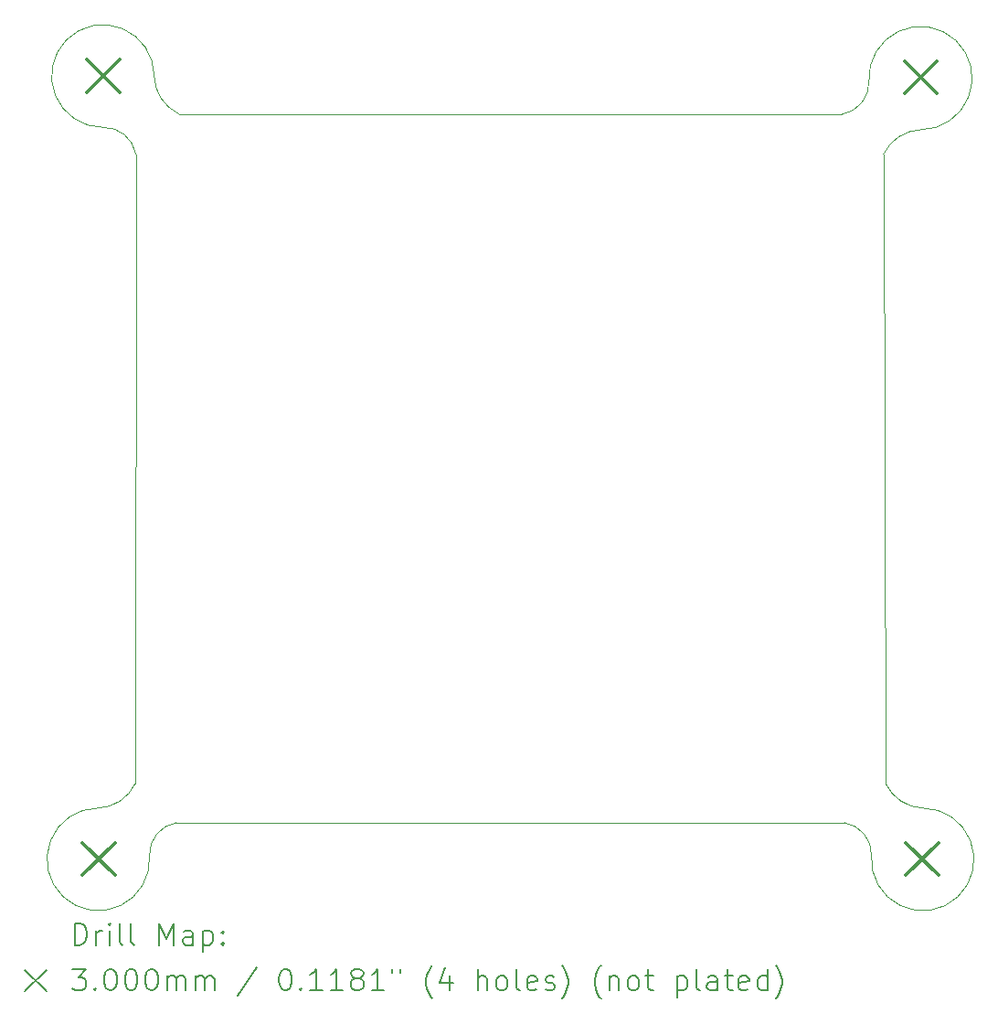
<source format=gbr>
%TF.GenerationSoftware,KiCad,Pcbnew,7.0.7*%
%TF.CreationDate,2024-06-07T19:14:17+02:00*%
%TF.ProjectId,stm32-drone,73746d33-322d-4647-926f-6e652e6b6963,rev?*%
%TF.SameCoordinates,Original*%
%TF.FileFunction,Drillmap*%
%TF.FilePolarity,Positive*%
%FSLAX45Y45*%
G04 Gerber Fmt 4.5, Leading zero omitted, Abs format (unit mm)*
G04 Created by KiCad (PCBNEW 7.0.7) date 2024-06-07 19:14:17*
%MOMM*%
%LPD*%
G01*
G04 APERTURE LIST*
%ADD10C,0.100000*%
%ADD11C,0.200000*%
%ADD12C,0.300000*%
G04 APERTURE END LIST*
D10*
X9735421Y-6540000D02*
G75*
G03*
X9260000Y-7015421I-475421J0D01*
G01*
X9565531Y-7264910D02*
X9559721Y-13093069D01*
X16835000Y-7037602D02*
G75*
G03*
X16492031Y-7265000I16430J-397118D01*
G01*
X16380908Y-13759475D02*
G75*
G03*
X16855000Y-13319579I474092J-35525D01*
G01*
X9565531Y-7264910D02*
G75*
G03*
X9260000Y-7015421I-295531J-50090D01*
G01*
X16107917Y-6894987D02*
G75*
G03*
X16357406Y-6589454I-50097J295537D01*
G01*
X9217665Y-13319038D02*
G75*
G03*
X9691757Y-13758934I0J-475421D01*
G01*
X9217665Y-13319034D02*
G75*
G03*
X9559720Y-13093069I-14995J394575D01*
G01*
X9940000Y-13455000D02*
X16132665Y-13455541D01*
X9940001Y-13455005D02*
G75*
G03*
X9691757Y-13758934I49829J-294045D01*
G01*
X16835000Y-7037601D02*
G75*
G03*
X16357406Y-6589454I0J478562D01*
G01*
X16380908Y-13759475D02*
G75*
G03*
X16132665Y-13455541I-298078J9885D01*
G01*
X9964324Y-6891432D02*
X16107917Y-6894985D01*
X16492031Y-7265000D02*
X16512945Y-13093609D01*
X16512945Y-13093609D02*
G75*
G03*
X16855000Y-13319579I357055J168610D01*
G01*
X9735421Y-6540000D02*
G75*
G03*
X9964324Y-6891432I399579J10000D01*
G01*
D11*
D12*
X9072665Y-13639459D02*
X9372665Y-13939459D01*
X9372665Y-13639459D02*
X9072665Y-13939459D01*
X9115000Y-6390000D02*
X9415000Y-6690000D01*
X9415000Y-6390000D02*
X9115000Y-6690000D01*
X16685000Y-6404041D02*
X16985000Y-6704041D01*
X16985000Y-6404041D02*
X16685000Y-6704041D01*
X16700000Y-13640000D02*
X17000000Y-13940000D01*
X17000000Y-13640000D02*
X16700000Y-13940000D01*
D11*
X8998021Y-14586905D02*
X8998021Y-14386905D01*
X8998021Y-14386905D02*
X9045640Y-14386905D01*
X9045640Y-14386905D02*
X9074212Y-14396428D01*
X9074212Y-14396428D02*
X9093259Y-14415476D01*
X9093259Y-14415476D02*
X9102783Y-14434524D01*
X9102783Y-14434524D02*
X9112307Y-14472619D01*
X9112307Y-14472619D02*
X9112307Y-14501190D01*
X9112307Y-14501190D02*
X9102783Y-14539285D01*
X9102783Y-14539285D02*
X9093259Y-14558333D01*
X9093259Y-14558333D02*
X9074212Y-14577381D01*
X9074212Y-14577381D02*
X9045640Y-14586905D01*
X9045640Y-14586905D02*
X8998021Y-14586905D01*
X9198021Y-14586905D02*
X9198021Y-14453571D01*
X9198021Y-14491666D02*
X9207545Y-14472619D01*
X9207545Y-14472619D02*
X9217069Y-14463095D01*
X9217069Y-14463095D02*
X9236116Y-14453571D01*
X9236116Y-14453571D02*
X9255164Y-14453571D01*
X9321831Y-14586905D02*
X9321831Y-14453571D01*
X9321831Y-14386905D02*
X9312307Y-14396428D01*
X9312307Y-14396428D02*
X9321831Y-14405952D01*
X9321831Y-14405952D02*
X9331354Y-14396428D01*
X9331354Y-14396428D02*
X9321831Y-14386905D01*
X9321831Y-14386905D02*
X9321831Y-14405952D01*
X9445640Y-14586905D02*
X9426592Y-14577381D01*
X9426592Y-14577381D02*
X9417069Y-14558333D01*
X9417069Y-14558333D02*
X9417069Y-14386905D01*
X9550402Y-14586905D02*
X9531354Y-14577381D01*
X9531354Y-14577381D02*
X9521831Y-14558333D01*
X9521831Y-14558333D02*
X9521831Y-14386905D01*
X9778973Y-14586905D02*
X9778973Y-14386905D01*
X9778973Y-14386905D02*
X9845640Y-14529762D01*
X9845640Y-14529762D02*
X9912307Y-14386905D01*
X9912307Y-14386905D02*
X9912307Y-14586905D01*
X10093259Y-14586905D02*
X10093259Y-14482143D01*
X10093259Y-14482143D02*
X10083735Y-14463095D01*
X10083735Y-14463095D02*
X10064688Y-14453571D01*
X10064688Y-14453571D02*
X10026592Y-14453571D01*
X10026592Y-14453571D02*
X10007545Y-14463095D01*
X10093259Y-14577381D02*
X10074212Y-14586905D01*
X10074212Y-14586905D02*
X10026592Y-14586905D01*
X10026592Y-14586905D02*
X10007545Y-14577381D01*
X10007545Y-14577381D02*
X9998021Y-14558333D01*
X9998021Y-14558333D02*
X9998021Y-14539285D01*
X9998021Y-14539285D02*
X10007545Y-14520238D01*
X10007545Y-14520238D02*
X10026592Y-14510714D01*
X10026592Y-14510714D02*
X10074212Y-14510714D01*
X10074212Y-14510714D02*
X10093259Y-14501190D01*
X10188497Y-14453571D02*
X10188497Y-14653571D01*
X10188497Y-14463095D02*
X10207545Y-14453571D01*
X10207545Y-14453571D02*
X10245640Y-14453571D01*
X10245640Y-14453571D02*
X10264688Y-14463095D01*
X10264688Y-14463095D02*
X10274212Y-14472619D01*
X10274212Y-14472619D02*
X10283735Y-14491666D01*
X10283735Y-14491666D02*
X10283735Y-14548809D01*
X10283735Y-14548809D02*
X10274212Y-14567857D01*
X10274212Y-14567857D02*
X10264688Y-14577381D01*
X10264688Y-14577381D02*
X10245640Y-14586905D01*
X10245640Y-14586905D02*
X10207545Y-14586905D01*
X10207545Y-14586905D02*
X10188497Y-14577381D01*
X10369450Y-14567857D02*
X10378973Y-14577381D01*
X10378973Y-14577381D02*
X10369450Y-14586905D01*
X10369450Y-14586905D02*
X10359926Y-14577381D01*
X10359926Y-14577381D02*
X10369450Y-14567857D01*
X10369450Y-14567857D02*
X10369450Y-14586905D01*
X10369450Y-14463095D02*
X10378973Y-14472619D01*
X10378973Y-14472619D02*
X10369450Y-14482143D01*
X10369450Y-14482143D02*
X10359926Y-14472619D01*
X10359926Y-14472619D02*
X10369450Y-14463095D01*
X10369450Y-14463095D02*
X10369450Y-14482143D01*
X8537244Y-14815421D02*
X8737244Y-15015421D01*
X8737244Y-14815421D02*
X8537244Y-15015421D01*
X8978973Y-14806905D02*
X9102783Y-14806905D01*
X9102783Y-14806905D02*
X9036116Y-14883095D01*
X9036116Y-14883095D02*
X9064688Y-14883095D01*
X9064688Y-14883095D02*
X9083735Y-14892619D01*
X9083735Y-14892619D02*
X9093259Y-14902143D01*
X9093259Y-14902143D02*
X9102783Y-14921190D01*
X9102783Y-14921190D02*
X9102783Y-14968809D01*
X9102783Y-14968809D02*
X9093259Y-14987857D01*
X9093259Y-14987857D02*
X9083735Y-14997381D01*
X9083735Y-14997381D02*
X9064688Y-15006905D01*
X9064688Y-15006905D02*
X9007545Y-15006905D01*
X9007545Y-15006905D02*
X8988497Y-14997381D01*
X8988497Y-14997381D02*
X8978973Y-14987857D01*
X9188497Y-14987857D02*
X9198021Y-14997381D01*
X9198021Y-14997381D02*
X9188497Y-15006905D01*
X9188497Y-15006905D02*
X9178973Y-14997381D01*
X9178973Y-14997381D02*
X9188497Y-14987857D01*
X9188497Y-14987857D02*
X9188497Y-15006905D01*
X9321831Y-14806905D02*
X9340878Y-14806905D01*
X9340878Y-14806905D02*
X9359926Y-14816428D01*
X9359926Y-14816428D02*
X9369450Y-14825952D01*
X9369450Y-14825952D02*
X9378973Y-14845000D01*
X9378973Y-14845000D02*
X9388497Y-14883095D01*
X9388497Y-14883095D02*
X9388497Y-14930714D01*
X9388497Y-14930714D02*
X9378973Y-14968809D01*
X9378973Y-14968809D02*
X9369450Y-14987857D01*
X9369450Y-14987857D02*
X9359926Y-14997381D01*
X9359926Y-14997381D02*
X9340878Y-15006905D01*
X9340878Y-15006905D02*
X9321831Y-15006905D01*
X9321831Y-15006905D02*
X9302783Y-14997381D01*
X9302783Y-14997381D02*
X9293259Y-14987857D01*
X9293259Y-14987857D02*
X9283735Y-14968809D01*
X9283735Y-14968809D02*
X9274212Y-14930714D01*
X9274212Y-14930714D02*
X9274212Y-14883095D01*
X9274212Y-14883095D02*
X9283735Y-14845000D01*
X9283735Y-14845000D02*
X9293259Y-14825952D01*
X9293259Y-14825952D02*
X9302783Y-14816428D01*
X9302783Y-14816428D02*
X9321831Y-14806905D01*
X9512307Y-14806905D02*
X9531354Y-14806905D01*
X9531354Y-14806905D02*
X9550402Y-14816428D01*
X9550402Y-14816428D02*
X9559926Y-14825952D01*
X9559926Y-14825952D02*
X9569450Y-14845000D01*
X9569450Y-14845000D02*
X9578973Y-14883095D01*
X9578973Y-14883095D02*
X9578973Y-14930714D01*
X9578973Y-14930714D02*
X9569450Y-14968809D01*
X9569450Y-14968809D02*
X9559926Y-14987857D01*
X9559926Y-14987857D02*
X9550402Y-14997381D01*
X9550402Y-14997381D02*
X9531354Y-15006905D01*
X9531354Y-15006905D02*
X9512307Y-15006905D01*
X9512307Y-15006905D02*
X9493259Y-14997381D01*
X9493259Y-14997381D02*
X9483735Y-14987857D01*
X9483735Y-14987857D02*
X9474212Y-14968809D01*
X9474212Y-14968809D02*
X9464688Y-14930714D01*
X9464688Y-14930714D02*
X9464688Y-14883095D01*
X9464688Y-14883095D02*
X9474212Y-14845000D01*
X9474212Y-14845000D02*
X9483735Y-14825952D01*
X9483735Y-14825952D02*
X9493259Y-14816428D01*
X9493259Y-14816428D02*
X9512307Y-14806905D01*
X9702783Y-14806905D02*
X9721831Y-14806905D01*
X9721831Y-14806905D02*
X9740878Y-14816428D01*
X9740878Y-14816428D02*
X9750402Y-14825952D01*
X9750402Y-14825952D02*
X9759926Y-14845000D01*
X9759926Y-14845000D02*
X9769450Y-14883095D01*
X9769450Y-14883095D02*
X9769450Y-14930714D01*
X9769450Y-14930714D02*
X9759926Y-14968809D01*
X9759926Y-14968809D02*
X9750402Y-14987857D01*
X9750402Y-14987857D02*
X9740878Y-14997381D01*
X9740878Y-14997381D02*
X9721831Y-15006905D01*
X9721831Y-15006905D02*
X9702783Y-15006905D01*
X9702783Y-15006905D02*
X9683735Y-14997381D01*
X9683735Y-14997381D02*
X9674212Y-14987857D01*
X9674212Y-14987857D02*
X9664688Y-14968809D01*
X9664688Y-14968809D02*
X9655164Y-14930714D01*
X9655164Y-14930714D02*
X9655164Y-14883095D01*
X9655164Y-14883095D02*
X9664688Y-14845000D01*
X9664688Y-14845000D02*
X9674212Y-14825952D01*
X9674212Y-14825952D02*
X9683735Y-14816428D01*
X9683735Y-14816428D02*
X9702783Y-14806905D01*
X9855164Y-15006905D02*
X9855164Y-14873571D01*
X9855164Y-14892619D02*
X9864688Y-14883095D01*
X9864688Y-14883095D02*
X9883735Y-14873571D01*
X9883735Y-14873571D02*
X9912307Y-14873571D01*
X9912307Y-14873571D02*
X9931354Y-14883095D01*
X9931354Y-14883095D02*
X9940878Y-14902143D01*
X9940878Y-14902143D02*
X9940878Y-15006905D01*
X9940878Y-14902143D02*
X9950402Y-14883095D01*
X9950402Y-14883095D02*
X9969450Y-14873571D01*
X9969450Y-14873571D02*
X9998021Y-14873571D01*
X9998021Y-14873571D02*
X10017069Y-14883095D01*
X10017069Y-14883095D02*
X10026593Y-14902143D01*
X10026593Y-14902143D02*
X10026593Y-15006905D01*
X10121831Y-15006905D02*
X10121831Y-14873571D01*
X10121831Y-14892619D02*
X10131354Y-14883095D01*
X10131354Y-14883095D02*
X10150402Y-14873571D01*
X10150402Y-14873571D02*
X10178974Y-14873571D01*
X10178974Y-14873571D02*
X10198021Y-14883095D01*
X10198021Y-14883095D02*
X10207545Y-14902143D01*
X10207545Y-14902143D02*
X10207545Y-15006905D01*
X10207545Y-14902143D02*
X10217069Y-14883095D01*
X10217069Y-14883095D02*
X10236116Y-14873571D01*
X10236116Y-14873571D02*
X10264688Y-14873571D01*
X10264688Y-14873571D02*
X10283735Y-14883095D01*
X10283735Y-14883095D02*
X10293259Y-14902143D01*
X10293259Y-14902143D02*
X10293259Y-15006905D01*
X10683735Y-14797381D02*
X10512307Y-15054524D01*
X10940878Y-14806905D02*
X10959926Y-14806905D01*
X10959926Y-14806905D02*
X10978974Y-14816428D01*
X10978974Y-14816428D02*
X10988497Y-14825952D01*
X10988497Y-14825952D02*
X10998021Y-14845000D01*
X10998021Y-14845000D02*
X11007545Y-14883095D01*
X11007545Y-14883095D02*
X11007545Y-14930714D01*
X11007545Y-14930714D02*
X10998021Y-14968809D01*
X10998021Y-14968809D02*
X10988497Y-14987857D01*
X10988497Y-14987857D02*
X10978974Y-14997381D01*
X10978974Y-14997381D02*
X10959926Y-15006905D01*
X10959926Y-15006905D02*
X10940878Y-15006905D01*
X10940878Y-15006905D02*
X10921831Y-14997381D01*
X10921831Y-14997381D02*
X10912307Y-14987857D01*
X10912307Y-14987857D02*
X10902783Y-14968809D01*
X10902783Y-14968809D02*
X10893259Y-14930714D01*
X10893259Y-14930714D02*
X10893259Y-14883095D01*
X10893259Y-14883095D02*
X10902783Y-14845000D01*
X10902783Y-14845000D02*
X10912307Y-14825952D01*
X10912307Y-14825952D02*
X10921831Y-14816428D01*
X10921831Y-14816428D02*
X10940878Y-14806905D01*
X11093259Y-14987857D02*
X11102783Y-14997381D01*
X11102783Y-14997381D02*
X11093259Y-15006905D01*
X11093259Y-15006905D02*
X11083736Y-14997381D01*
X11083736Y-14997381D02*
X11093259Y-14987857D01*
X11093259Y-14987857D02*
X11093259Y-15006905D01*
X11293259Y-15006905D02*
X11178974Y-15006905D01*
X11236116Y-15006905D02*
X11236116Y-14806905D01*
X11236116Y-14806905D02*
X11217069Y-14835476D01*
X11217069Y-14835476D02*
X11198021Y-14854524D01*
X11198021Y-14854524D02*
X11178974Y-14864047D01*
X11483735Y-15006905D02*
X11369450Y-15006905D01*
X11426593Y-15006905D02*
X11426593Y-14806905D01*
X11426593Y-14806905D02*
X11407545Y-14835476D01*
X11407545Y-14835476D02*
X11388497Y-14854524D01*
X11388497Y-14854524D02*
X11369450Y-14864047D01*
X11598021Y-14892619D02*
X11578974Y-14883095D01*
X11578974Y-14883095D02*
X11569450Y-14873571D01*
X11569450Y-14873571D02*
X11559926Y-14854524D01*
X11559926Y-14854524D02*
X11559926Y-14845000D01*
X11559926Y-14845000D02*
X11569450Y-14825952D01*
X11569450Y-14825952D02*
X11578974Y-14816428D01*
X11578974Y-14816428D02*
X11598021Y-14806905D01*
X11598021Y-14806905D02*
X11636116Y-14806905D01*
X11636116Y-14806905D02*
X11655164Y-14816428D01*
X11655164Y-14816428D02*
X11664688Y-14825952D01*
X11664688Y-14825952D02*
X11674212Y-14845000D01*
X11674212Y-14845000D02*
X11674212Y-14854524D01*
X11674212Y-14854524D02*
X11664688Y-14873571D01*
X11664688Y-14873571D02*
X11655164Y-14883095D01*
X11655164Y-14883095D02*
X11636116Y-14892619D01*
X11636116Y-14892619D02*
X11598021Y-14892619D01*
X11598021Y-14892619D02*
X11578974Y-14902143D01*
X11578974Y-14902143D02*
X11569450Y-14911666D01*
X11569450Y-14911666D02*
X11559926Y-14930714D01*
X11559926Y-14930714D02*
X11559926Y-14968809D01*
X11559926Y-14968809D02*
X11569450Y-14987857D01*
X11569450Y-14987857D02*
X11578974Y-14997381D01*
X11578974Y-14997381D02*
X11598021Y-15006905D01*
X11598021Y-15006905D02*
X11636116Y-15006905D01*
X11636116Y-15006905D02*
X11655164Y-14997381D01*
X11655164Y-14997381D02*
X11664688Y-14987857D01*
X11664688Y-14987857D02*
X11674212Y-14968809D01*
X11674212Y-14968809D02*
X11674212Y-14930714D01*
X11674212Y-14930714D02*
X11664688Y-14911666D01*
X11664688Y-14911666D02*
X11655164Y-14902143D01*
X11655164Y-14902143D02*
X11636116Y-14892619D01*
X11864688Y-15006905D02*
X11750402Y-15006905D01*
X11807545Y-15006905D02*
X11807545Y-14806905D01*
X11807545Y-14806905D02*
X11788497Y-14835476D01*
X11788497Y-14835476D02*
X11769450Y-14854524D01*
X11769450Y-14854524D02*
X11750402Y-14864047D01*
X11940878Y-14806905D02*
X11940878Y-14845000D01*
X12017069Y-14806905D02*
X12017069Y-14845000D01*
X12312307Y-15083095D02*
X12302783Y-15073571D01*
X12302783Y-15073571D02*
X12283736Y-15045000D01*
X12283736Y-15045000D02*
X12274212Y-15025952D01*
X12274212Y-15025952D02*
X12264688Y-14997381D01*
X12264688Y-14997381D02*
X12255164Y-14949762D01*
X12255164Y-14949762D02*
X12255164Y-14911666D01*
X12255164Y-14911666D02*
X12264688Y-14864047D01*
X12264688Y-14864047D02*
X12274212Y-14835476D01*
X12274212Y-14835476D02*
X12283736Y-14816428D01*
X12283736Y-14816428D02*
X12302783Y-14787857D01*
X12302783Y-14787857D02*
X12312307Y-14778333D01*
X12474212Y-14873571D02*
X12474212Y-15006905D01*
X12426593Y-14797381D02*
X12378974Y-14940238D01*
X12378974Y-14940238D02*
X12502783Y-14940238D01*
X12731355Y-15006905D02*
X12731355Y-14806905D01*
X12817069Y-15006905D02*
X12817069Y-14902143D01*
X12817069Y-14902143D02*
X12807545Y-14883095D01*
X12807545Y-14883095D02*
X12788498Y-14873571D01*
X12788498Y-14873571D02*
X12759926Y-14873571D01*
X12759926Y-14873571D02*
X12740878Y-14883095D01*
X12740878Y-14883095D02*
X12731355Y-14892619D01*
X12940878Y-15006905D02*
X12921831Y-14997381D01*
X12921831Y-14997381D02*
X12912307Y-14987857D01*
X12912307Y-14987857D02*
X12902783Y-14968809D01*
X12902783Y-14968809D02*
X12902783Y-14911666D01*
X12902783Y-14911666D02*
X12912307Y-14892619D01*
X12912307Y-14892619D02*
X12921831Y-14883095D01*
X12921831Y-14883095D02*
X12940878Y-14873571D01*
X12940878Y-14873571D02*
X12969450Y-14873571D01*
X12969450Y-14873571D02*
X12988498Y-14883095D01*
X12988498Y-14883095D02*
X12998021Y-14892619D01*
X12998021Y-14892619D02*
X13007545Y-14911666D01*
X13007545Y-14911666D02*
X13007545Y-14968809D01*
X13007545Y-14968809D02*
X12998021Y-14987857D01*
X12998021Y-14987857D02*
X12988498Y-14997381D01*
X12988498Y-14997381D02*
X12969450Y-15006905D01*
X12969450Y-15006905D02*
X12940878Y-15006905D01*
X13121831Y-15006905D02*
X13102783Y-14997381D01*
X13102783Y-14997381D02*
X13093259Y-14978333D01*
X13093259Y-14978333D02*
X13093259Y-14806905D01*
X13274212Y-14997381D02*
X13255164Y-15006905D01*
X13255164Y-15006905D02*
X13217069Y-15006905D01*
X13217069Y-15006905D02*
X13198021Y-14997381D01*
X13198021Y-14997381D02*
X13188498Y-14978333D01*
X13188498Y-14978333D02*
X13188498Y-14902143D01*
X13188498Y-14902143D02*
X13198021Y-14883095D01*
X13198021Y-14883095D02*
X13217069Y-14873571D01*
X13217069Y-14873571D02*
X13255164Y-14873571D01*
X13255164Y-14873571D02*
X13274212Y-14883095D01*
X13274212Y-14883095D02*
X13283736Y-14902143D01*
X13283736Y-14902143D02*
X13283736Y-14921190D01*
X13283736Y-14921190D02*
X13188498Y-14940238D01*
X13359926Y-14997381D02*
X13378974Y-15006905D01*
X13378974Y-15006905D02*
X13417069Y-15006905D01*
X13417069Y-15006905D02*
X13436117Y-14997381D01*
X13436117Y-14997381D02*
X13445640Y-14978333D01*
X13445640Y-14978333D02*
X13445640Y-14968809D01*
X13445640Y-14968809D02*
X13436117Y-14949762D01*
X13436117Y-14949762D02*
X13417069Y-14940238D01*
X13417069Y-14940238D02*
X13388498Y-14940238D01*
X13388498Y-14940238D02*
X13369450Y-14930714D01*
X13369450Y-14930714D02*
X13359926Y-14911666D01*
X13359926Y-14911666D02*
X13359926Y-14902143D01*
X13359926Y-14902143D02*
X13369450Y-14883095D01*
X13369450Y-14883095D02*
X13388498Y-14873571D01*
X13388498Y-14873571D02*
X13417069Y-14873571D01*
X13417069Y-14873571D02*
X13436117Y-14883095D01*
X13512307Y-15083095D02*
X13521831Y-15073571D01*
X13521831Y-15073571D02*
X13540879Y-15045000D01*
X13540879Y-15045000D02*
X13550402Y-15025952D01*
X13550402Y-15025952D02*
X13559926Y-14997381D01*
X13559926Y-14997381D02*
X13569450Y-14949762D01*
X13569450Y-14949762D02*
X13569450Y-14911666D01*
X13569450Y-14911666D02*
X13559926Y-14864047D01*
X13559926Y-14864047D02*
X13550402Y-14835476D01*
X13550402Y-14835476D02*
X13540879Y-14816428D01*
X13540879Y-14816428D02*
X13521831Y-14787857D01*
X13521831Y-14787857D02*
X13512307Y-14778333D01*
X13874212Y-15083095D02*
X13864688Y-15073571D01*
X13864688Y-15073571D02*
X13845640Y-15045000D01*
X13845640Y-15045000D02*
X13836117Y-15025952D01*
X13836117Y-15025952D02*
X13826593Y-14997381D01*
X13826593Y-14997381D02*
X13817069Y-14949762D01*
X13817069Y-14949762D02*
X13817069Y-14911666D01*
X13817069Y-14911666D02*
X13826593Y-14864047D01*
X13826593Y-14864047D02*
X13836117Y-14835476D01*
X13836117Y-14835476D02*
X13845640Y-14816428D01*
X13845640Y-14816428D02*
X13864688Y-14787857D01*
X13864688Y-14787857D02*
X13874212Y-14778333D01*
X13950402Y-14873571D02*
X13950402Y-15006905D01*
X13950402Y-14892619D02*
X13959926Y-14883095D01*
X13959926Y-14883095D02*
X13978974Y-14873571D01*
X13978974Y-14873571D02*
X14007545Y-14873571D01*
X14007545Y-14873571D02*
X14026593Y-14883095D01*
X14026593Y-14883095D02*
X14036117Y-14902143D01*
X14036117Y-14902143D02*
X14036117Y-15006905D01*
X14159926Y-15006905D02*
X14140879Y-14997381D01*
X14140879Y-14997381D02*
X14131355Y-14987857D01*
X14131355Y-14987857D02*
X14121831Y-14968809D01*
X14121831Y-14968809D02*
X14121831Y-14911666D01*
X14121831Y-14911666D02*
X14131355Y-14892619D01*
X14131355Y-14892619D02*
X14140879Y-14883095D01*
X14140879Y-14883095D02*
X14159926Y-14873571D01*
X14159926Y-14873571D02*
X14188498Y-14873571D01*
X14188498Y-14873571D02*
X14207545Y-14883095D01*
X14207545Y-14883095D02*
X14217069Y-14892619D01*
X14217069Y-14892619D02*
X14226593Y-14911666D01*
X14226593Y-14911666D02*
X14226593Y-14968809D01*
X14226593Y-14968809D02*
X14217069Y-14987857D01*
X14217069Y-14987857D02*
X14207545Y-14997381D01*
X14207545Y-14997381D02*
X14188498Y-15006905D01*
X14188498Y-15006905D02*
X14159926Y-15006905D01*
X14283736Y-14873571D02*
X14359926Y-14873571D01*
X14312307Y-14806905D02*
X14312307Y-14978333D01*
X14312307Y-14978333D02*
X14321831Y-14997381D01*
X14321831Y-14997381D02*
X14340879Y-15006905D01*
X14340879Y-15006905D02*
X14359926Y-15006905D01*
X14578974Y-14873571D02*
X14578974Y-15073571D01*
X14578974Y-14883095D02*
X14598021Y-14873571D01*
X14598021Y-14873571D02*
X14636117Y-14873571D01*
X14636117Y-14873571D02*
X14655164Y-14883095D01*
X14655164Y-14883095D02*
X14664688Y-14892619D01*
X14664688Y-14892619D02*
X14674212Y-14911666D01*
X14674212Y-14911666D02*
X14674212Y-14968809D01*
X14674212Y-14968809D02*
X14664688Y-14987857D01*
X14664688Y-14987857D02*
X14655164Y-14997381D01*
X14655164Y-14997381D02*
X14636117Y-15006905D01*
X14636117Y-15006905D02*
X14598021Y-15006905D01*
X14598021Y-15006905D02*
X14578974Y-14997381D01*
X14788498Y-15006905D02*
X14769450Y-14997381D01*
X14769450Y-14997381D02*
X14759926Y-14978333D01*
X14759926Y-14978333D02*
X14759926Y-14806905D01*
X14950402Y-15006905D02*
X14950402Y-14902143D01*
X14950402Y-14902143D02*
X14940879Y-14883095D01*
X14940879Y-14883095D02*
X14921831Y-14873571D01*
X14921831Y-14873571D02*
X14883736Y-14873571D01*
X14883736Y-14873571D02*
X14864688Y-14883095D01*
X14950402Y-14997381D02*
X14931355Y-15006905D01*
X14931355Y-15006905D02*
X14883736Y-15006905D01*
X14883736Y-15006905D02*
X14864688Y-14997381D01*
X14864688Y-14997381D02*
X14855164Y-14978333D01*
X14855164Y-14978333D02*
X14855164Y-14959285D01*
X14855164Y-14959285D02*
X14864688Y-14940238D01*
X14864688Y-14940238D02*
X14883736Y-14930714D01*
X14883736Y-14930714D02*
X14931355Y-14930714D01*
X14931355Y-14930714D02*
X14950402Y-14921190D01*
X15017069Y-14873571D02*
X15093260Y-14873571D01*
X15045641Y-14806905D02*
X15045641Y-14978333D01*
X15045641Y-14978333D02*
X15055164Y-14997381D01*
X15055164Y-14997381D02*
X15074212Y-15006905D01*
X15074212Y-15006905D02*
X15093260Y-15006905D01*
X15236117Y-14997381D02*
X15217069Y-15006905D01*
X15217069Y-15006905D02*
X15178974Y-15006905D01*
X15178974Y-15006905D02*
X15159926Y-14997381D01*
X15159926Y-14997381D02*
X15150402Y-14978333D01*
X15150402Y-14978333D02*
X15150402Y-14902143D01*
X15150402Y-14902143D02*
X15159926Y-14883095D01*
X15159926Y-14883095D02*
X15178974Y-14873571D01*
X15178974Y-14873571D02*
X15217069Y-14873571D01*
X15217069Y-14873571D02*
X15236117Y-14883095D01*
X15236117Y-14883095D02*
X15245641Y-14902143D01*
X15245641Y-14902143D02*
X15245641Y-14921190D01*
X15245641Y-14921190D02*
X15150402Y-14940238D01*
X15417069Y-15006905D02*
X15417069Y-14806905D01*
X15417069Y-14997381D02*
X15398022Y-15006905D01*
X15398022Y-15006905D02*
X15359926Y-15006905D01*
X15359926Y-15006905D02*
X15340879Y-14997381D01*
X15340879Y-14997381D02*
X15331355Y-14987857D01*
X15331355Y-14987857D02*
X15321831Y-14968809D01*
X15321831Y-14968809D02*
X15321831Y-14911666D01*
X15321831Y-14911666D02*
X15331355Y-14892619D01*
X15331355Y-14892619D02*
X15340879Y-14883095D01*
X15340879Y-14883095D02*
X15359926Y-14873571D01*
X15359926Y-14873571D02*
X15398022Y-14873571D01*
X15398022Y-14873571D02*
X15417069Y-14883095D01*
X15493260Y-15083095D02*
X15502783Y-15073571D01*
X15502783Y-15073571D02*
X15521831Y-15045000D01*
X15521831Y-15045000D02*
X15531355Y-15025952D01*
X15531355Y-15025952D02*
X15540879Y-14997381D01*
X15540879Y-14997381D02*
X15550402Y-14949762D01*
X15550402Y-14949762D02*
X15550402Y-14911666D01*
X15550402Y-14911666D02*
X15540879Y-14864047D01*
X15540879Y-14864047D02*
X15531355Y-14835476D01*
X15531355Y-14835476D02*
X15521831Y-14816428D01*
X15521831Y-14816428D02*
X15502783Y-14787857D01*
X15502783Y-14787857D02*
X15493260Y-14778333D01*
M02*

</source>
